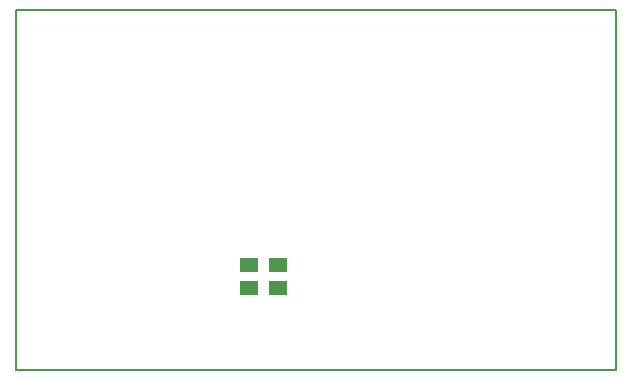
<source format=gbr>
G04 #@! TF.FileFunction,Paste,Bot*
%FSLAX46Y46*%
G04 Gerber Fmt 4.6, Leading zero omitted, Abs format (unit mm)*
G04 Created by KiCad (PCBNEW 4.0.7) date 06/13/18 13:38:50*
%MOMM*%
%LPD*%
G01*
G04 APERTURE LIST*
%ADD10C,0.100000*%
%ADD11C,0.150000*%
%ADD12R,1.500000X1.250000*%
G04 APERTURE END LIST*
D10*
D11*
X111760000Y-111760000D02*
X111760000Y-81280000D01*
X162560000Y-111760000D02*
X111760000Y-111760000D01*
X162560000Y-81280000D02*
X162560000Y-111760000D01*
X111760000Y-81280000D02*
X162560000Y-81280000D01*
D12*
X131465000Y-102870000D03*
X133965000Y-102870000D03*
X131465000Y-104775000D03*
X133965000Y-104775000D03*
M02*

</source>
